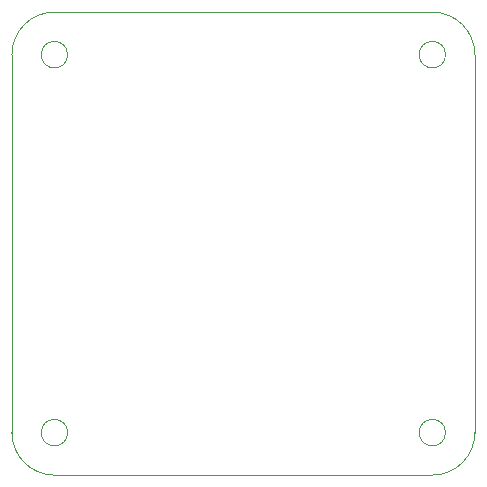
<source format=gbr>
%TF.GenerationSoftware,KiCad,Pcbnew,(5.1.5-0-10_14)*%
%TF.CreationDate,2020-09-17T17:23:34+02:00*%
%TF.ProjectId,power-routing,706f7765-722d-4726-9f75-74696e672e6b,rev?*%
%TF.SameCoordinates,Original*%
%TF.FileFunction,Paste,Bot*%
%TF.FilePolarity,Positive*%
%FSLAX46Y46*%
G04 Gerber Fmt 4.6, Leading zero omitted, Abs format (unit mm)*
G04 Created by KiCad (PCBNEW (5.1.5-0-10_14)) date 2020-09-17 17:23:34*
%MOMM*%
%LPD*%
G04 APERTURE LIST*
%ADD10C,0.050000*%
G04 APERTURE END LIST*
D10*
X189100000Y-109850000D02*
X189100000Y-77850000D01*
X224700000Y-113450000D02*
X192700000Y-113450000D01*
X228300000Y-77850000D02*
X228300000Y-109850000D01*
X192700000Y-74250000D02*
X224700000Y-74250000D01*
X189100000Y-77850000D02*
G75*
G02X192700000Y-74250000I3600000J0D01*
G01*
X192700000Y-113450000D02*
G75*
G02X189100000Y-109850000I0J3600000D01*
G01*
X228300000Y-109850000D02*
G75*
G02X224700000Y-113450000I-3600000J0D01*
G01*
X224700000Y-74250000D02*
G75*
G02X228300000Y-77850000I0J-3600000D01*
G01*
X225818034Y-109850000D02*
G75*
G03X225818034Y-109850000I-1118034J0D01*
G01*
X193818034Y-109850000D02*
G75*
G03X193818034Y-109850000I-1118034J0D01*
G01*
X225818034Y-77850000D02*
G75*
G03X225818034Y-77850000I-1118034J0D01*
G01*
X193818034Y-77850000D02*
G75*
G03X193818034Y-77850000I-1118034J0D01*
G01*
M02*

</source>
